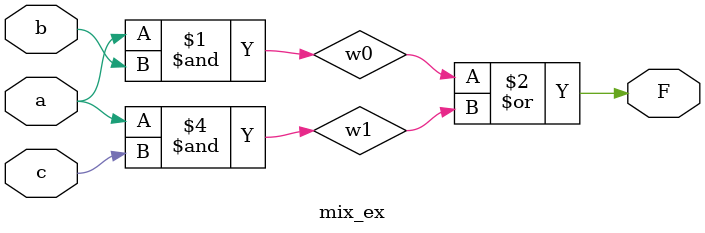
<source format=v>
module and_or_gate(in1,in2,in3,in4,out);
input in1,in2,in3,in4;
output out;
wire w1,w2;
and a1(w1,in1,in2);
and a2(w2,in3,in4);
or o1(out,w1,w2);
endmodule

module and_or_dataflow(in1,in2,in3,in4,out);
input in1,in2,in3,in4;
output out;
assign out = (in1&in2)|(in3&in4);
endmodule

module and_or_behavior(in1,in2,in3,in4,out);
input in1,in2,in3,in4;
output out;
reg out;
always@(in1 or in2 or in3 or in4)
begin
out = (in1&in2)|(in3&in4);
end
endmodule

module mix_ex(a,b,c,F);
input a,b,c;
output F;
wire w0;
reg w1;
assign w0  = a&b;
or or3(F,w0,w1);
always@(a or c)
begin
w1 = a&c;
end
endmodule

</source>
